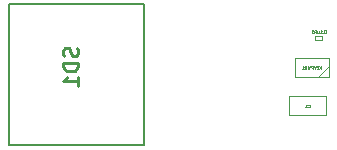
<source format=gbr>
G04 #@! TF.GenerationSoftware,KiCad,Pcbnew,(5.1.6)-1*
G04 #@! TF.CreationDate,2021-12-03T11:37:05+01:00*
G04 #@! TF.ProjectId,Keyvilboard2.0,4b657976-696c-4626-9f61-7264322e302e,rev?*
G04 #@! TF.SameCoordinates,Original*
G04 #@! TF.FileFunction,Other,Fab,Bot*
%FSLAX46Y46*%
G04 Gerber Fmt 4.6, Leading zero omitted, Abs format (unit mm)*
G04 Created by KiCad (PCBNEW (5.1.6)-1) date 2021-12-03 11:37:05*
%MOMM*%
%LPD*%
G01*
G04 APERTURE LIST*
%ADD10C,0.100000*%
%ADD11C,0.200000*%
%ADD12C,0.062500*%
%ADD13C,0.254000*%
G04 APERTURE END LIST*
D10*
G04 #@! TO.C,C1*
X172110000Y-102930000D02*
X172110000Y-101330000D01*
X168910000Y-102930000D02*
X172110000Y-102930000D01*
X168910000Y-101330000D02*
X168910000Y-102930000D01*
X172110000Y-101330000D02*
X168910000Y-101330000D01*
G04 #@! TO.C,KEYPWR1*
X171370000Y-99720000D02*
X172320000Y-98770000D01*
X169420000Y-99720000D02*
X172320000Y-99720000D01*
X169420000Y-98120000D02*
X169420000Y-99720000D01*
X172320000Y-98120000D02*
X169420000Y-98120000D01*
X172320000Y-99720000D02*
X172320000Y-98120000D01*
G04 #@! TO.C,0.1uF5*
X171765000Y-96570000D02*
X171765000Y-96270000D01*
X171165000Y-96570000D02*
X171765000Y-96570000D01*
X171165000Y-96270000D02*
X171165000Y-96570000D01*
X171765000Y-96270000D02*
X171165000Y-96270000D01*
D11*
G04 #@! TO.C,SD1*
X156655000Y-93535000D02*
X145255000Y-93535000D01*
X156655000Y-105485000D02*
X156655000Y-93535000D01*
X145255000Y-105485000D02*
X156655000Y-105485000D01*
X145255000Y-93535000D02*
X145255000Y-105485000D01*
G04 #@! TD*
G04 #@! TO.C,C1*
D12*
X170566666Y-102264285D02*
X170578571Y-102276190D01*
X170614285Y-102288095D01*
X170638095Y-102288095D01*
X170673809Y-102276190D01*
X170697619Y-102252380D01*
X170709523Y-102228571D01*
X170721428Y-102180952D01*
X170721428Y-102145238D01*
X170709523Y-102097619D01*
X170697619Y-102073809D01*
X170673809Y-102050000D01*
X170638095Y-102038095D01*
X170614285Y-102038095D01*
X170578571Y-102050000D01*
X170566666Y-102061904D01*
X170328571Y-102288095D02*
X170471428Y-102288095D01*
X170400000Y-102288095D02*
X170400000Y-102038095D01*
X170423809Y-102073809D01*
X170447619Y-102097619D01*
X170471428Y-102109523D01*
G04 #@! TO.C,KEYPWR1*
X171647619Y-99033095D02*
X171647619Y-98783095D01*
X171504761Y-99033095D02*
X171611904Y-98890238D01*
X171504761Y-98783095D02*
X171647619Y-98925952D01*
X171397619Y-98902142D02*
X171314285Y-98902142D01*
X171278571Y-99033095D02*
X171397619Y-99033095D01*
X171397619Y-98783095D01*
X171278571Y-98783095D01*
X171123809Y-98914047D02*
X171123809Y-99033095D01*
X171207142Y-98783095D02*
X171123809Y-98914047D01*
X171040476Y-98783095D01*
X170957142Y-99033095D02*
X170957142Y-98783095D01*
X170861904Y-98783095D01*
X170838095Y-98795000D01*
X170826190Y-98806904D01*
X170814285Y-98830714D01*
X170814285Y-98866428D01*
X170826190Y-98890238D01*
X170838095Y-98902142D01*
X170861904Y-98914047D01*
X170957142Y-98914047D01*
X170730952Y-98783095D02*
X170671428Y-99033095D01*
X170623809Y-98854523D01*
X170576190Y-99033095D01*
X170516666Y-98783095D01*
X170278571Y-99033095D02*
X170361904Y-98914047D01*
X170421428Y-99033095D02*
X170421428Y-98783095D01*
X170326190Y-98783095D01*
X170302380Y-98795000D01*
X170290476Y-98806904D01*
X170278571Y-98830714D01*
X170278571Y-98866428D01*
X170290476Y-98890238D01*
X170302380Y-98902142D01*
X170326190Y-98914047D01*
X170421428Y-98914047D01*
X170040476Y-99033095D02*
X170183333Y-99033095D01*
X170111904Y-99033095D02*
X170111904Y-98783095D01*
X170135714Y-98818809D01*
X170159523Y-98842619D01*
X170183333Y-98854523D01*
G04 #@! TO.C,0.1uF5*
X172004761Y-95738095D02*
X171980952Y-95738095D01*
X171957142Y-95750000D01*
X171945238Y-95761904D01*
X171933333Y-95785714D01*
X171921428Y-95833333D01*
X171921428Y-95892857D01*
X171933333Y-95940476D01*
X171945238Y-95964285D01*
X171957142Y-95976190D01*
X171980952Y-95988095D01*
X172004761Y-95988095D01*
X172028571Y-95976190D01*
X172040476Y-95964285D01*
X172052380Y-95940476D01*
X172064285Y-95892857D01*
X172064285Y-95833333D01*
X172052380Y-95785714D01*
X172040476Y-95761904D01*
X172028571Y-95750000D01*
X172004761Y-95738095D01*
X171814285Y-95964285D02*
X171802380Y-95976190D01*
X171814285Y-95988095D01*
X171826190Y-95976190D01*
X171814285Y-95964285D01*
X171814285Y-95988095D01*
X171564285Y-95988095D02*
X171707142Y-95988095D01*
X171635714Y-95988095D02*
X171635714Y-95738095D01*
X171659523Y-95773809D01*
X171683333Y-95797619D01*
X171707142Y-95809523D01*
X171350000Y-95821428D02*
X171350000Y-95988095D01*
X171457142Y-95821428D02*
X171457142Y-95952380D01*
X171445238Y-95976190D01*
X171421428Y-95988095D01*
X171385714Y-95988095D01*
X171361904Y-95976190D01*
X171350000Y-95964285D01*
X171147619Y-95857142D02*
X171230952Y-95857142D01*
X171230952Y-95988095D02*
X171230952Y-95738095D01*
X171111904Y-95738095D01*
X170897619Y-95738095D02*
X171016666Y-95738095D01*
X171028571Y-95857142D01*
X171016666Y-95845238D01*
X170992857Y-95833333D01*
X170933333Y-95833333D01*
X170909523Y-95845238D01*
X170897619Y-95857142D01*
X170885714Y-95880952D01*
X170885714Y-95940476D01*
X170897619Y-95964285D01*
X170909523Y-95976190D01*
X170933333Y-95988095D01*
X170992857Y-95988095D01*
X171016666Y-95976190D01*
X171028571Y-95964285D01*
G04 #@! TO.C,SD1*
D13*
X151030047Y-97228380D02*
X151090523Y-97409809D01*
X151090523Y-97712190D01*
X151030047Y-97833142D01*
X150969571Y-97893619D01*
X150848619Y-97954095D01*
X150727666Y-97954095D01*
X150606714Y-97893619D01*
X150546238Y-97833142D01*
X150485761Y-97712190D01*
X150425285Y-97470285D01*
X150364809Y-97349333D01*
X150304333Y-97288857D01*
X150183380Y-97228380D01*
X150062428Y-97228380D01*
X149941476Y-97288857D01*
X149881000Y-97349333D01*
X149820523Y-97470285D01*
X149820523Y-97772666D01*
X149881000Y-97954095D01*
X151090523Y-98498380D02*
X149820523Y-98498380D01*
X149820523Y-98800761D01*
X149881000Y-98982190D01*
X150001952Y-99103142D01*
X150122904Y-99163619D01*
X150364809Y-99224095D01*
X150546238Y-99224095D01*
X150788142Y-99163619D01*
X150909095Y-99103142D01*
X151030047Y-98982190D01*
X151090523Y-98800761D01*
X151090523Y-98498380D01*
X151090523Y-100433619D02*
X151090523Y-99707904D01*
X151090523Y-100070761D02*
X149820523Y-100070761D01*
X150001952Y-99949809D01*
X150122904Y-99828857D01*
X150183380Y-99707904D01*
G04 #@! TD*
M02*

</source>
